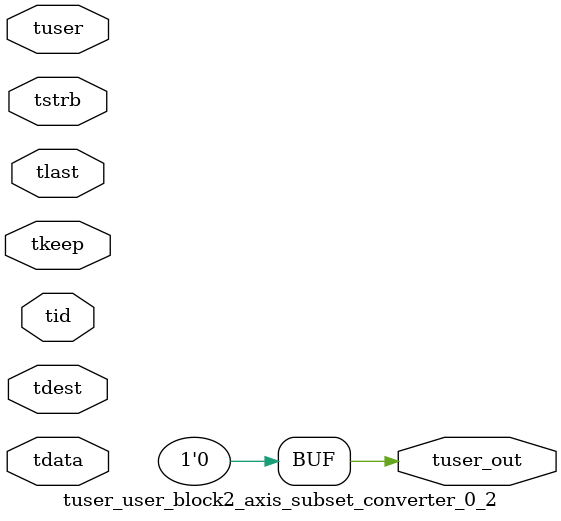
<source format=v>


`timescale 1ps/1ps

module tuser_user_block2_axis_subset_converter_0_2 #
(
parameter C_S_AXIS_TUSER_WIDTH = 1,
parameter C_S_AXIS_TDATA_WIDTH = 32,
parameter C_S_AXIS_TID_WIDTH   = 0,
parameter C_S_AXIS_TDEST_WIDTH = 0,
parameter C_M_AXIS_TUSER_WIDTH = 1
)
(
input  [(C_S_AXIS_TUSER_WIDTH == 0 ? 1 : C_S_AXIS_TUSER_WIDTH)-1:0     ] tuser,
input  [(C_S_AXIS_TDATA_WIDTH == 0 ? 1 : C_S_AXIS_TDATA_WIDTH)-1:0     ] tdata,
input  [(C_S_AXIS_TID_WIDTH   == 0 ? 1 : C_S_AXIS_TID_WIDTH)-1:0       ] tid,
input  [(C_S_AXIS_TDEST_WIDTH == 0 ? 1 : C_S_AXIS_TDEST_WIDTH)-1:0     ] tdest,
input  [(C_S_AXIS_TDATA_WIDTH/8)-1:0 ] tkeep,
input  [(C_S_AXIS_TDATA_WIDTH/8)-1:0 ] tstrb,
input                                                                    tlast,
output [C_M_AXIS_TUSER_WIDTH-1:0] tuser_out
);

assign tuser_out = {1'b0};

endmodule


</source>
